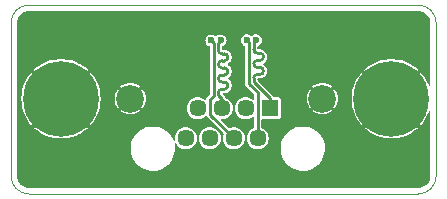
<source format=gbr>
G04 #@! TF.GenerationSoftware,KiCad,Pcbnew,7.0.2-0*
G04 #@! TF.CreationDate,2023-08-07T23:17:52+03:00*
G04 #@! TF.ProjectId,RJ45_Module,524a3435-5f4d-46f6-9475-6c652e6b6963,1.0*
G04 #@! TF.SameCoordinates,Original*
G04 #@! TF.FileFunction,Copper,L1,Top*
G04 #@! TF.FilePolarity,Positive*
%FSLAX46Y46*%
G04 Gerber Fmt 4.6, Leading zero omitted, Abs format (unit mm)*
G04 Created by KiCad (PCBNEW 7.0.2-0) date 2023-08-07 23:17:52*
%MOMM*%
%LPD*%
G01*
G04 APERTURE LIST*
G04 #@! TA.AperFunction,ComponentPad*
%ADD10R,1.446000X1.446000*%
G04 #@! TD*
G04 #@! TA.AperFunction,ComponentPad*
%ADD11C,1.446000*%
G04 #@! TD*
G04 #@! TA.AperFunction,ComponentPad*
%ADD12C,2.355000*%
G04 #@! TD*
G04 #@! TA.AperFunction,ComponentPad*
%ADD13C,0.800000*%
G04 #@! TD*
G04 #@! TA.AperFunction,ComponentPad*
%ADD14C,6.400000*%
G04 #@! TD*
G04 #@! TA.AperFunction,ViaPad*
%ADD15C,0.600000*%
G04 #@! TD*
G04 #@! TA.AperFunction,Conductor*
%ADD16C,0.228600*%
G04 #@! TD*
G04 #@! TA.AperFunction,Profile*
%ADD17C,0.050000*%
G04 #@! TD*
G04 APERTURE END LIST*
D10*
X212623600Y-84531200D03*
D11*
X211603600Y-87071200D03*
X210593600Y-84531200D03*
X209573600Y-87071200D03*
X208563600Y-84531200D03*
X207543600Y-87071200D03*
X206533600Y-84531200D03*
X205513600Y-87071200D03*
D12*
X200813600Y-83721200D03*
X217073600Y-83721200D03*
D13*
X220505000Y-83730000D03*
X221207944Y-85427056D03*
X221207944Y-82032944D03*
X222905000Y-86130000D03*
D14*
X222905000Y-83730000D03*
D13*
X225305000Y-83730000D03*
X224602056Y-82032944D03*
X224602056Y-85427056D03*
X222905000Y-81330000D03*
X194942000Y-81330000D03*
X196639056Y-85427056D03*
X196639056Y-82032944D03*
X197342000Y-83730000D03*
D14*
X194942000Y-83730000D03*
D13*
X194942000Y-86130000D03*
X193244944Y-82032944D03*
X193244944Y-85427056D03*
X192542000Y-83730000D03*
D15*
X206545000Y-85930000D03*
X210555000Y-85950000D03*
X209873956Y-78781118D03*
X211956142Y-78158858D03*
X206873953Y-78799958D03*
X209250265Y-78772087D03*
X207673455Y-78800155D03*
X208451255Y-78800155D03*
X211451255Y-78778772D03*
X210673455Y-78778772D03*
D16*
X208265555Y-79620000D02*
X208265555Y-78985855D01*
X208265555Y-78985855D02*
X208451255Y-78800155D01*
X209573600Y-87071200D02*
X209566200Y-87071200D01*
X207573900Y-83781100D02*
X207859155Y-83495845D01*
X207859154Y-78985854D02*
X207673455Y-78800155D01*
X209566200Y-87071200D02*
X207573900Y-85078900D01*
X207573900Y-85078900D02*
X207573900Y-83781100D01*
X207859155Y-83495845D02*
X207859154Y-78985854D01*
X211265556Y-82320556D02*
X212623600Y-83678600D01*
X212094500Y-80180000D02*
G75*
G03*
X211794550Y-79880000I-300000J0D01*
G01*
X211565556Y-79880000D02*
X211794550Y-79880000D01*
X211794550Y-80480050D02*
G75*
G03*
X212094550Y-80180000I-50J300050D01*
G01*
X211265600Y-79580000D02*
G75*
G03*
X211565556Y-79880000I300000J0D01*
G01*
X211565556Y-81679956D02*
G75*
G03*
X211265556Y-81980000I44J-300044D01*
G01*
X211565556Y-81080000D02*
X211794558Y-81080000D01*
X211565556Y-80479956D02*
G75*
G03*
X211265556Y-80780000I44J-300044D01*
G01*
X211794558Y-81680000D02*
X211565556Y-81680000D01*
X211265600Y-80780000D02*
G75*
G03*
X211565556Y-81080000I300000J0D01*
G01*
X211794550Y-80480000D02*
X211565556Y-80480000D01*
X211794558Y-81679958D02*
G75*
G03*
X212094558Y-81380000I42J299958D01*
G01*
X212094600Y-81380000D02*
G75*
G03*
X211794558Y-81080000I-300000J0D01*
G01*
X211451255Y-78778772D02*
X211265556Y-78964471D01*
X211265556Y-78964471D02*
X211265556Y-79580000D01*
X211265556Y-81980000D02*
X211265556Y-82320556D01*
X212623600Y-83678600D02*
X212623600Y-84531200D01*
X210673455Y-78778772D02*
X210859154Y-78964471D01*
X210859154Y-78964471D02*
X210859154Y-82452970D01*
X210859154Y-82452970D02*
X211603600Y-83197416D01*
X211603600Y-83197416D02*
X211603600Y-87071200D01*
X209084000Y-80220000D02*
G75*
G03*
X208783956Y-79920000I-300000J0D01*
G01*
X208565555Y-81719955D02*
G75*
G03*
X208265555Y-82020000I45J-300045D01*
G01*
X208783956Y-80520000D02*
X208565555Y-80520000D01*
X208783953Y-82919953D02*
G75*
G03*
X209083953Y-82620000I47J299953D01*
G01*
X208265600Y-79620000D02*
G75*
G03*
X208565555Y-79920000I300000J0D01*
G01*
X208265600Y-80820000D02*
G75*
G03*
X208565555Y-81120000I300000J0D01*
G01*
X208565555Y-79920000D02*
X208783956Y-79920000D01*
X208565555Y-81120000D02*
X208783950Y-81120000D01*
X208565555Y-80519955D02*
G75*
G03*
X208265555Y-80820000I45J-300045D01*
G01*
X208783953Y-82920000D02*
X208565555Y-82920000D01*
X209084000Y-82620000D02*
G75*
G03*
X208783953Y-82320000I-300000J0D01*
G01*
X208783956Y-80519956D02*
G75*
G03*
X209083956Y-80220000I44J299956D01*
G01*
X209083900Y-81420000D02*
G75*
G03*
X208783950Y-81120000I-300000J0D01*
G01*
X208783950Y-81720050D02*
G75*
G03*
X209083950Y-81420000I-50J300050D01*
G01*
X208265600Y-82020000D02*
G75*
G03*
X208565555Y-82320000I300000J0D01*
G01*
X208565555Y-82919955D02*
G75*
G03*
X208265555Y-83220000I45J-300045D01*
G01*
X208783950Y-81720000D02*
X208565555Y-81720000D01*
X208565555Y-82320000D02*
X208783953Y-82320000D01*
X208265555Y-83220000D02*
X208265555Y-83450555D01*
X208265555Y-83450555D02*
X208563600Y-83748600D01*
X208563600Y-83748600D02*
X208563600Y-84531200D01*
G04 #@! TA.AperFunction,Conductor*
G36*
X193807130Y-84864870D02*
G01*
X193903999Y-84947604D01*
X193487349Y-85364254D01*
X193480439Y-85329511D01*
X193425184Y-85246816D01*
X193342489Y-85191561D01*
X193307743Y-85184649D01*
X193724394Y-84767998D01*
X193807130Y-84864870D01*
G37*
G04 #@! TD.AperFunction*
G04 #@! TA.AperFunction,Conductor*
G36*
X196576254Y-85184649D02*
G01*
X196541511Y-85191561D01*
X196458816Y-85246816D01*
X196403561Y-85329511D01*
X196396650Y-85364254D01*
X195980000Y-84947604D01*
X196076870Y-84864870D01*
X196159604Y-84767999D01*
X196576254Y-85184649D01*
G37*
G04 #@! TD.AperFunction*
G04 #@! TA.AperFunction,Conductor*
G36*
X193904000Y-82512395D02*
G01*
X193807130Y-82595130D01*
X193724395Y-82692000D01*
X193307744Y-82275350D01*
X193342489Y-82268439D01*
X193425184Y-82213184D01*
X193480439Y-82130489D01*
X193487350Y-82095744D01*
X193904000Y-82512395D01*
G37*
G04 #@! TD.AperFunction*
G04 #@! TA.AperFunction,Conductor*
G36*
X196403561Y-82130489D02*
G01*
X196458816Y-82213184D01*
X196541511Y-82268439D01*
X196576253Y-82275349D01*
X196159603Y-82691999D01*
X196076870Y-82595130D01*
X195979999Y-82512395D01*
X196396649Y-82095744D01*
X196403561Y-82130489D01*
G37*
G04 #@! TD.AperFunction*
G04 #@! TA.AperFunction,Conductor*
G36*
X225191269Y-76296786D02*
G01*
X225359177Y-76311475D01*
X225372078Y-76313750D01*
X225531712Y-76356524D01*
X225544017Y-76361004D01*
X225676250Y-76422665D01*
X225693786Y-76430842D01*
X225705138Y-76437396D01*
X225840505Y-76532181D01*
X225850546Y-76540607D01*
X225967392Y-76657453D01*
X225975818Y-76667494D01*
X226070603Y-76802861D01*
X226077157Y-76814213D01*
X226146993Y-76963976D01*
X226151477Y-76976294D01*
X226194248Y-77135917D01*
X226196524Y-77148826D01*
X226211213Y-77316729D01*
X226211499Y-77323283D01*
X226211499Y-82579622D01*
X226193906Y-82627960D01*
X226149357Y-82653680D01*
X226098699Y-82644747D01*
X226066440Y-82607456D01*
X225952783Y-82322199D01*
X225951065Y-82318485D01*
X225782700Y-82000916D01*
X225780604Y-81997434D01*
X225578883Y-81699916D01*
X225576427Y-81696686D01*
X225365840Y-81448763D01*
X224844461Y-81970141D01*
X224837551Y-81935399D01*
X224782296Y-81852704D01*
X224699601Y-81797449D01*
X224664856Y-81790537D01*
X225184138Y-81271256D01*
X225184137Y-81271254D01*
X225079977Y-81172587D01*
X225076858Y-81169937D01*
X224790717Y-80952419D01*
X224787337Y-80950127D01*
X224479333Y-80764807D01*
X224475761Y-80762913D01*
X224149522Y-80611979D01*
X224145742Y-80610473D01*
X223805099Y-80495697D01*
X223801198Y-80494614D01*
X223450148Y-80417342D01*
X223446123Y-80416683D01*
X223088796Y-80377821D01*
X223084717Y-80377600D01*
X222725283Y-80377600D01*
X222721203Y-80377821D01*
X222363876Y-80416683D01*
X222359851Y-80417342D01*
X222008801Y-80494614D01*
X222004900Y-80495697D01*
X221664257Y-80610473D01*
X221660477Y-80611979D01*
X221334238Y-80762913D01*
X221330666Y-80764807D01*
X221022662Y-80950127D01*
X221019282Y-80952419D01*
X220733141Y-81169937D01*
X220730032Y-81172578D01*
X220625861Y-81271255D01*
X220625860Y-81271255D01*
X221145142Y-81790537D01*
X221110399Y-81797449D01*
X221027704Y-81852704D01*
X220972449Y-81935399D01*
X220965537Y-81970143D01*
X220444157Y-81448763D01*
X220233572Y-81696686D01*
X220231116Y-81699916D01*
X220029395Y-81997434D01*
X220027299Y-82000916D01*
X219858934Y-82318485D01*
X219857216Y-82322199D01*
X219724175Y-82656106D01*
X219722875Y-82659964D01*
X219626715Y-83006301D01*
X219625836Y-83010299D01*
X219567688Y-83364987D01*
X219567246Y-83369048D01*
X219547786Y-83727971D01*
X219547786Y-83732028D01*
X219567246Y-84090951D01*
X219567688Y-84095012D01*
X219625836Y-84449700D01*
X219626715Y-84453698D01*
X219722875Y-84800035D01*
X219724175Y-84803893D01*
X219857216Y-85137800D01*
X219858934Y-85141514D01*
X220027299Y-85459083D01*
X220029395Y-85462565D01*
X220231116Y-85760083D01*
X220233572Y-85763313D01*
X220444158Y-86011235D01*
X220965537Y-85489855D01*
X220972449Y-85524601D01*
X221027704Y-85607296D01*
X221110399Y-85662551D01*
X221145141Y-85669461D01*
X220625860Y-86188743D01*
X220625861Y-86188744D01*
X220730022Y-86287412D01*
X220733141Y-86290062D01*
X221019282Y-86507580D01*
X221022662Y-86509872D01*
X221330666Y-86695192D01*
X221334238Y-86697086D01*
X221660477Y-86848020D01*
X221664257Y-86849526D01*
X222004900Y-86964302D01*
X222008801Y-86965385D01*
X222359851Y-87042657D01*
X222363876Y-87043316D01*
X222721203Y-87082178D01*
X222725283Y-87082400D01*
X223084717Y-87082400D01*
X223088796Y-87082178D01*
X223446123Y-87043316D01*
X223450148Y-87042657D01*
X223801198Y-86965385D01*
X223805099Y-86964302D01*
X224145742Y-86849526D01*
X224149522Y-86848020D01*
X224475761Y-86697086D01*
X224479333Y-86695192D01*
X224787337Y-86509872D01*
X224790717Y-86507580D01*
X225076859Y-86290061D01*
X225079967Y-86287421D01*
X225184137Y-86188743D01*
X225184138Y-86188742D01*
X224664857Y-85669461D01*
X224699601Y-85662551D01*
X224782296Y-85607296D01*
X224837551Y-85524601D01*
X224844462Y-85489857D01*
X225365840Y-86011235D01*
X225365841Y-86011235D01*
X225576427Y-85763312D01*
X225578883Y-85760083D01*
X225780604Y-85462565D01*
X225782700Y-85459083D01*
X225951065Y-85141514D01*
X225952783Y-85137800D01*
X226066439Y-84852544D01*
X226100674Y-84814151D01*
X226151578Y-84806747D01*
X226195333Y-84833795D01*
X226211498Y-84880378D01*
X226211498Y-90237235D01*
X226211500Y-90237258D01*
X226211500Y-90268715D01*
X226211214Y-90275269D01*
X226196524Y-90443173D01*
X226194248Y-90456082D01*
X226151477Y-90615705D01*
X226146993Y-90628023D01*
X226077157Y-90777786D01*
X226070603Y-90789138D01*
X225975818Y-90924505D01*
X225967392Y-90934546D01*
X225850546Y-91051392D01*
X225840505Y-91059818D01*
X225705138Y-91154603D01*
X225693786Y-91161157D01*
X225544023Y-91230993D01*
X225531705Y-91235477D01*
X225372082Y-91278248D01*
X225359173Y-91280524D01*
X225191269Y-91295214D01*
X225184715Y-91295500D01*
X192236285Y-91295500D01*
X192229731Y-91295214D01*
X192061826Y-91280524D01*
X192048917Y-91278248D01*
X191889294Y-91235477D01*
X191876976Y-91230993D01*
X191727213Y-91161157D01*
X191715861Y-91154603D01*
X191580494Y-91059818D01*
X191570453Y-91051392D01*
X191453607Y-90934546D01*
X191445181Y-90924505D01*
X191350396Y-90789138D01*
X191343842Y-90777786D01*
X191337591Y-90764381D01*
X191274004Y-90628017D01*
X191269524Y-90615712D01*
X191226750Y-90456078D01*
X191224475Y-90443173D01*
X191209786Y-90275269D01*
X191209500Y-90268715D01*
X191209500Y-90206107D01*
X191209500Y-88029880D01*
X200844337Y-88029880D01*
X200874363Y-88302770D01*
X200943804Y-88568384D01*
X201051177Y-88821052D01*
X201194196Y-89055398D01*
X201369806Y-89266416D01*
X201574274Y-89449621D01*
X201574276Y-89449622D01*
X201574277Y-89449623D01*
X201803241Y-89601104D01*
X202051821Y-89717633D01*
X202314719Y-89796727D01*
X202586331Y-89836700D01*
X202586333Y-89836700D01*
X202790760Y-89836700D01*
X202792147Y-89836700D01*
X202868481Y-89831112D01*
X202997401Y-89821678D01*
X203023730Y-89815812D01*
X203265375Y-89761984D01*
X203521798Y-89663911D01*
X203761209Y-89529547D01*
X203978504Y-89361757D01*
X204169054Y-89164116D01*
X204328796Y-88940837D01*
X204454327Y-88696679D01*
X204542970Y-88436846D01*
X204592836Y-88166874D01*
X204597842Y-88029880D01*
X213544337Y-88029880D01*
X213574363Y-88302770D01*
X213643804Y-88568384D01*
X213751177Y-88821052D01*
X213894196Y-89055398D01*
X214069806Y-89266416D01*
X214274274Y-89449621D01*
X214274276Y-89449622D01*
X214274277Y-89449623D01*
X214503241Y-89601104D01*
X214751821Y-89717633D01*
X215014719Y-89796727D01*
X215286331Y-89836700D01*
X215286333Y-89836700D01*
X215490760Y-89836700D01*
X215492147Y-89836700D01*
X215568481Y-89831112D01*
X215697401Y-89821678D01*
X215723730Y-89815812D01*
X215965375Y-89761984D01*
X216221798Y-89663911D01*
X216461209Y-89529547D01*
X216678504Y-89361757D01*
X216869054Y-89164116D01*
X217028796Y-88940837D01*
X217154327Y-88696679D01*
X217242970Y-88436846D01*
X217292836Y-88166874D01*
X217302862Y-87892520D01*
X217272836Y-87619629D01*
X217203396Y-87354018D01*
X217096023Y-87101348D01*
X216953005Y-86867004D01*
X216938460Y-86849526D01*
X216777393Y-86655983D01*
X216572925Y-86472778D01*
X216343958Y-86321295D01*
X216095380Y-86204767D01*
X215911835Y-86149547D01*
X215832481Y-86125673D01*
X215560869Y-86085700D01*
X215355053Y-86085700D01*
X215353681Y-86085800D01*
X215353664Y-86085801D01*
X215149798Y-86100721D01*
X214881824Y-86160416D01*
X214625400Y-86258489D01*
X214385993Y-86392851D01*
X214168694Y-86560644D01*
X213978145Y-86758284D01*
X213818403Y-86981563D01*
X213692873Y-87225719D01*
X213604230Y-87485554D01*
X213554364Y-87755523D01*
X213544337Y-88029880D01*
X204597842Y-88029880D01*
X204602862Y-87892520D01*
X204572836Y-87619629D01*
X204558959Y-87566549D01*
X204563754Y-87515334D01*
X204600348Y-87479183D01*
X204651619Y-87475011D01*
X204693576Y-87504772D01*
X204696839Y-87509929D01*
X204759754Y-87618901D01*
X204890101Y-87763666D01*
X205047697Y-87878167D01*
X205225656Y-87957399D01*
X205416200Y-87997900D01*
X205416201Y-87997900D01*
X205610999Y-87997900D01*
X205611000Y-87997900D01*
X205801544Y-87957399D01*
X205979503Y-87878167D01*
X206137099Y-87763666D01*
X206267446Y-87618901D01*
X206364846Y-87450199D01*
X206422589Y-87272487D01*
X206425043Y-87264934D01*
X206429164Y-87225721D01*
X206445405Y-87071200D01*
X206445405Y-87071199D01*
X206611795Y-87071199D01*
X206632156Y-87264934D01*
X206692353Y-87450197D01*
X206692354Y-87450199D01*
X206789754Y-87618901D01*
X206920101Y-87763666D01*
X207077697Y-87878167D01*
X207255656Y-87957399D01*
X207446200Y-87997900D01*
X207446201Y-87997900D01*
X207640999Y-87997900D01*
X207641000Y-87997900D01*
X207831544Y-87957399D01*
X208009503Y-87878167D01*
X208167099Y-87763666D01*
X208297446Y-87618901D01*
X208394846Y-87450199D01*
X208452589Y-87272487D01*
X208455043Y-87264934D01*
X208459164Y-87225721D01*
X208475405Y-87071200D01*
X208455043Y-86877467D01*
X208455043Y-86877465D01*
X208394846Y-86692202D01*
X208394846Y-86692201D01*
X208297446Y-86523499D01*
X208167099Y-86378734D01*
X208072826Y-86310240D01*
X208009502Y-86264232D01*
X207831544Y-86185001D01*
X207819829Y-86182511D01*
X207641000Y-86144500D01*
X207446200Y-86144500D01*
X207350928Y-86164750D01*
X207255655Y-86185001D01*
X207077698Y-86264232D01*
X206920099Y-86378735D01*
X206789754Y-86523498D01*
X206692353Y-86692202D01*
X206632156Y-86877465D01*
X206611795Y-87071199D01*
X206445405Y-87071199D01*
X206425043Y-86877467D01*
X206425043Y-86877465D01*
X206364846Y-86692202D01*
X206364846Y-86692201D01*
X206267446Y-86523499D01*
X206137099Y-86378734D01*
X206042826Y-86310240D01*
X205979502Y-86264232D01*
X205801544Y-86185001D01*
X205789829Y-86182511D01*
X205611000Y-86144500D01*
X205416200Y-86144500D01*
X205320928Y-86164750D01*
X205225655Y-86185001D01*
X205047698Y-86264232D01*
X204890099Y-86378735D01*
X204759754Y-86523498D01*
X204662353Y-86692202D01*
X204602156Y-86877465D01*
X204581795Y-87071200D01*
X204594527Y-87192340D01*
X204582082Y-87242252D01*
X204540467Y-87272487D01*
X204489152Y-87268899D01*
X204452150Y-87233165D01*
X204450529Y-87229611D01*
X204434690Y-87192340D01*
X204396023Y-87101348D01*
X204253005Y-86867004D01*
X204238460Y-86849526D01*
X204077393Y-86655983D01*
X203872925Y-86472778D01*
X203643958Y-86321295D01*
X203395380Y-86204767D01*
X203211835Y-86149547D01*
X203132481Y-86125673D01*
X202860869Y-86085700D01*
X202655053Y-86085700D01*
X202653681Y-86085800D01*
X202653664Y-86085801D01*
X202449798Y-86100721D01*
X202181824Y-86160416D01*
X201925400Y-86258489D01*
X201685993Y-86392851D01*
X201468694Y-86560644D01*
X201278145Y-86758284D01*
X201118403Y-86981563D01*
X200992873Y-87225719D01*
X200904230Y-87485554D01*
X200854364Y-87755523D01*
X200844337Y-88029880D01*
X191209500Y-88029880D01*
X191209499Y-83732028D01*
X191584786Y-83732028D01*
X191604246Y-84090951D01*
X191604688Y-84095012D01*
X191662836Y-84449700D01*
X191663715Y-84453698D01*
X191759875Y-84800035D01*
X191761175Y-84803893D01*
X191894216Y-85137800D01*
X191895934Y-85141514D01*
X192064299Y-85459083D01*
X192066395Y-85462565D01*
X192268116Y-85760083D01*
X192270572Y-85763313D01*
X192481158Y-86011235D01*
X193002537Y-85489855D01*
X193009449Y-85524601D01*
X193064704Y-85607296D01*
X193147399Y-85662551D01*
X193182142Y-85669461D01*
X192662861Y-86188743D01*
X192662861Y-86188744D01*
X192767022Y-86287412D01*
X192770141Y-86290062D01*
X193056282Y-86507580D01*
X193059662Y-86509872D01*
X193367666Y-86695192D01*
X193371238Y-86697086D01*
X193697477Y-86848020D01*
X193701257Y-86849526D01*
X194041900Y-86964302D01*
X194045801Y-86965385D01*
X194396851Y-87042657D01*
X194400876Y-87043316D01*
X194758203Y-87082178D01*
X194762283Y-87082400D01*
X195121717Y-87082400D01*
X195125796Y-87082178D01*
X195483123Y-87043316D01*
X195487148Y-87042657D01*
X195838198Y-86965385D01*
X195842099Y-86964302D01*
X196182742Y-86849526D01*
X196186522Y-86848020D01*
X196512761Y-86697086D01*
X196516333Y-86695192D01*
X196824337Y-86509872D01*
X196827717Y-86507580D01*
X197113859Y-86290061D01*
X197116967Y-86287421D01*
X197221137Y-86188743D01*
X197221138Y-86188742D01*
X196701857Y-85669461D01*
X196736601Y-85662551D01*
X196819296Y-85607296D01*
X196874551Y-85524601D01*
X196881462Y-85489857D01*
X197402840Y-86011235D01*
X197402841Y-86011235D01*
X197613427Y-85763312D01*
X197615883Y-85760083D01*
X197817604Y-85462565D01*
X197819700Y-85459083D01*
X197988065Y-85141514D01*
X197989783Y-85137800D01*
X198122824Y-84803893D01*
X198124124Y-84800035D01*
X198220284Y-84453698D01*
X198221163Y-84449700D01*
X198279311Y-84095012D01*
X198279753Y-84090951D01*
X198299214Y-83732028D01*
X198299214Y-83727971D01*
X198298847Y-83721200D01*
X199478620Y-83721200D01*
X199498901Y-83953015D01*
X199559130Y-84177793D01*
X199657472Y-84388690D01*
X199784742Y-84570450D01*
X199784743Y-84570451D01*
X200174940Y-84180253D01*
X200195979Y-84213736D01*
X200321064Y-84338821D01*
X200354544Y-84359858D01*
X199964347Y-84750055D01*
X199964348Y-84750056D01*
X200146109Y-84877327D01*
X200357006Y-84975669D01*
X200581784Y-85035898D01*
X200813599Y-85056179D01*
X201045415Y-85035898D01*
X201270193Y-84975669D01*
X201481089Y-84877327D01*
X201662850Y-84750056D01*
X201662851Y-84750055D01*
X201272654Y-84359858D01*
X201306136Y-84338821D01*
X201431221Y-84213736D01*
X201452258Y-84180254D01*
X201842455Y-84570451D01*
X201842456Y-84570450D01*
X201869939Y-84531200D01*
X205601795Y-84531200D01*
X205622156Y-84724934D01*
X205682353Y-84910197D01*
X205779754Y-85078901D01*
X205906722Y-85219914D01*
X205910101Y-85223666D01*
X206067697Y-85338167D01*
X206245656Y-85417399D01*
X206436200Y-85457900D01*
X206436201Y-85457900D01*
X206630999Y-85457900D01*
X206631000Y-85457900D01*
X206821544Y-85417399D01*
X206999503Y-85338167D01*
X207157099Y-85223666D01*
X207166947Y-85212728D01*
X207212361Y-85188578D01*
X207262678Y-85199271D01*
X207284432Y-85219914D01*
X207303562Y-85247235D01*
X207307085Y-85252766D01*
X207326538Y-85286459D01*
X207356347Y-85311471D01*
X207361184Y-85315904D01*
X208693478Y-86648198D01*
X208715218Y-86694818D01*
X208711823Y-86724610D01*
X208662156Y-86877465D01*
X208641795Y-87071200D01*
X208662156Y-87264934D01*
X208722353Y-87450197D01*
X208722354Y-87450199D01*
X208819754Y-87618901D01*
X208950101Y-87763666D01*
X209107697Y-87878167D01*
X209285656Y-87957399D01*
X209476200Y-87997900D01*
X209476201Y-87997900D01*
X209670999Y-87997900D01*
X209671000Y-87997900D01*
X209861544Y-87957399D01*
X210039503Y-87878167D01*
X210197099Y-87763666D01*
X210327446Y-87618901D01*
X210424846Y-87450199D01*
X210482589Y-87272487D01*
X210485043Y-87264934D01*
X210489164Y-87225721D01*
X210505405Y-87071200D01*
X210485043Y-86877467D01*
X210485043Y-86877465D01*
X210424846Y-86692202D01*
X210424846Y-86692201D01*
X210327446Y-86523499D01*
X210197099Y-86378734D01*
X210102826Y-86310240D01*
X210039502Y-86264232D01*
X209861544Y-86185001D01*
X209849829Y-86182511D01*
X209671000Y-86144500D01*
X209476200Y-86144500D01*
X209285656Y-86185001D01*
X209285655Y-86185001D01*
X209285652Y-86185002D01*
X209224972Y-86212018D01*
X209173658Y-86215606D01*
X209141213Y-86196493D01*
X208530994Y-85586274D01*
X208509254Y-85539654D01*
X208522568Y-85489967D01*
X208564705Y-85460462D01*
X208584168Y-85457900D01*
X208660999Y-85457900D01*
X208661000Y-85457900D01*
X208851544Y-85417399D01*
X209029503Y-85338167D01*
X209187099Y-85223666D01*
X209317446Y-85078901D01*
X209414846Y-84910199D01*
X209466880Y-84750056D01*
X209475043Y-84724934D01*
X209480463Y-84673365D01*
X209495405Y-84531200D01*
X209495405Y-84531199D01*
X209661795Y-84531199D01*
X209682156Y-84724934D01*
X209742353Y-84910197D01*
X209839754Y-85078901D01*
X209966722Y-85219914D01*
X209970101Y-85223666D01*
X210127697Y-85338167D01*
X210305656Y-85417399D01*
X210496200Y-85457900D01*
X210496201Y-85457900D01*
X210690999Y-85457900D01*
X210691000Y-85457900D01*
X210881544Y-85417399D01*
X211059503Y-85338167D01*
X211166200Y-85260646D01*
X211215645Y-85246468D01*
X211262638Y-85267390D01*
X211285188Y-85313624D01*
X211285600Y-85321485D01*
X211285600Y-86149547D01*
X211268007Y-86197885D01*
X211240989Y-86218244D01*
X211175376Y-86247457D01*
X211137697Y-86264233D01*
X210980099Y-86378735D01*
X210849754Y-86523498D01*
X210752353Y-86692202D01*
X210692156Y-86877465D01*
X210671795Y-87071200D01*
X210692156Y-87264934D01*
X210752353Y-87450197D01*
X210752354Y-87450199D01*
X210849754Y-87618901D01*
X210980101Y-87763666D01*
X211137697Y-87878167D01*
X211315656Y-87957399D01*
X211506200Y-87997900D01*
X211506201Y-87997900D01*
X211700999Y-87997900D01*
X211701000Y-87997900D01*
X211891544Y-87957399D01*
X212069503Y-87878167D01*
X212227099Y-87763666D01*
X212357446Y-87618901D01*
X212454846Y-87450199D01*
X212512589Y-87272487D01*
X212515043Y-87264934D01*
X212519164Y-87225721D01*
X212535405Y-87071200D01*
X212515043Y-86877467D01*
X212515043Y-86877465D01*
X212454846Y-86692202D01*
X212454846Y-86692201D01*
X212357446Y-86523499D01*
X212227099Y-86378734D01*
X212069503Y-86264233D01*
X212069499Y-86264231D01*
X211966213Y-86218244D01*
X211929210Y-86182511D01*
X211921600Y-86149546D01*
X211921600Y-85533100D01*
X211939193Y-85484762D01*
X211983742Y-85459042D01*
X211996800Y-85457900D01*
X213366664Y-85457900D01*
X213426080Y-85446081D01*
X213493460Y-85401060D01*
X213538481Y-85333680D01*
X213550300Y-85274264D01*
X213550300Y-83788136D01*
X213538481Y-83728720D01*
X213533456Y-83721200D01*
X215738620Y-83721200D01*
X215758901Y-83953015D01*
X215819130Y-84177793D01*
X215917472Y-84388690D01*
X216044742Y-84570450D01*
X216044743Y-84570451D01*
X216434940Y-84180253D01*
X216455979Y-84213736D01*
X216581064Y-84338821D01*
X216614544Y-84359858D01*
X216224347Y-84750055D01*
X216224348Y-84750056D01*
X216406109Y-84877327D01*
X216617006Y-84975669D01*
X216841784Y-85035898D01*
X217073600Y-85056179D01*
X217305415Y-85035898D01*
X217530193Y-84975669D01*
X217741089Y-84877327D01*
X217922850Y-84750056D01*
X217922851Y-84750055D01*
X217532654Y-84359858D01*
X217566136Y-84338821D01*
X217691221Y-84213736D01*
X217712258Y-84180254D01*
X218102455Y-84570451D01*
X218102456Y-84570450D01*
X218229727Y-84388689D01*
X218328069Y-84177793D01*
X218388298Y-83953015D01*
X218408579Y-83721199D01*
X218388298Y-83489384D01*
X218328069Y-83264606D01*
X218229727Y-83053709D01*
X218102456Y-82871948D01*
X218102455Y-82871947D01*
X217712258Y-83262144D01*
X217691221Y-83228664D01*
X217566136Y-83103579D01*
X217532654Y-83082540D01*
X217922851Y-82692343D01*
X217922850Y-82692342D01*
X217741090Y-82565072D01*
X217530193Y-82466730D01*
X217305415Y-82406501D01*
X217073599Y-82386220D01*
X216841784Y-82406501D01*
X216617006Y-82466730D01*
X216406110Y-82565072D01*
X216224348Y-82692342D01*
X216224347Y-82692343D01*
X216614545Y-83082541D01*
X216581064Y-83103579D01*
X216455979Y-83228664D01*
X216434941Y-83262145D01*
X216044743Y-82871947D01*
X216044742Y-82871948D01*
X215917472Y-83053710D01*
X215819130Y-83264606D01*
X215758901Y-83489384D01*
X215738620Y-83721200D01*
X213533456Y-83721200D01*
X213493460Y-83661340D01*
X213448438Y-83631257D01*
X213426079Y-83616318D01*
X213366664Y-83604500D01*
X212991429Y-83604500D01*
X212943091Y-83586907D01*
X212926303Y-83566898D01*
X212924873Y-83564422D01*
X212917367Y-83546296D01*
X212916776Y-83544090D01*
X212916252Y-83542134D01*
X212893933Y-83510258D01*
X212890409Y-83504727D01*
X212870960Y-83471040D01*
X212841151Y-83446027D01*
X212836315Y-83441595D01*
X211605582Y-82210861D01*
X211583842Y-82164241D01*
X211583556Y-82157687D01*
X211583556Y-82073200D01*
X211601149Y-82024862D01*
X211645698Y-81999142D01*
X211658756Y-81998000D01*
X211828882Y-81998000D01*
X211829297Y-81997961D01*
X211864147Y-81997967D01*
X211999925Y-81966993D01*
X212125406Y-81906580D01*
X212234296Y-81819758D01*
X212321134Y-81710880D01*
X212381565Y-81585408D01*
X212412557Y-81449633D01*
X212412557Y-81439126D01*
X212412558Y-81439117D01*
X212412558Y-81411190D01*
X212412599Y-81411074D01*
X212412599Y-81380000D01*
X212412600Y-81380000D01*
X212412599Y-81310362D01*
X212381604Y-81174579D01*
X212321170Y-81049098D01*
X212234326Y-80940212D01*
X212175678Y-80893449D01*
X212125428Y-80853383D01*
X212113735Y-80847754D01*
X212077814Y-80810934D01*
X212073965Y-80759638D01*
X212103988Y-80717869D01*
X212113711Y-80712253D01*
X212125460Y-80706594D01*
X212234329Y-80619756D01*
X212321149Y-80510872D01*
X212381566Y-80385400D01*
X212412551Y-80249630D01*
X212412550Y-80180000D01*
X212412550Y-80129634D01*
X212412550Y-80117894D01*
X212412500Y-80117577D01*
X212412500Y-80110376D01*
X212401158Y-80060676D01*
X212381518Y-79974617D01*
X212321106Y-79849155D01*
X212234293Y-79740280D01*
X212175498Y-79693383D01*
X212125434Y-79653450D01*
X211999978Y-79593014D01*
X211864227Y-79562010D01*
X211828612Y-79562004D01*
X211828554Y-79562000D01*
X211822373Y-79562000D01*
X211794603Y-79562000D01*
X211732536Y-79561990D01*
X211732473Y-79562000D01*
X211658756Y-79562000D01*
X211610418Y-79544407D01*
X211584698Y-79499858D01*
X211583556Y-79486800D01*
X211583556Y-79321183D01*
X211601149Y-79272845D01*
X211637569Y-79249030D01*
X211662651Y-79241666D01*
X211784501Y-79163358D01*
X211879352Y-79053893D01*
X211939522Y-78922140D01*
X211960135Y-78778772D01*
X211939522Y-78635404D01*
X211889118Y-78525035D01*
X211879353Y-78503652D01*
X211807143Y-78420317D01*
X211784501Y-78394186D01*
X211784500Y-78394185D01*
X211784499Y-78394184D01*
X211662652Y-78315878D01*
X211523676Y-78275072D01*
X211378834Y-78275072D01*
X211239857Y-78315878D01*
X211108913Y-78400031D01*
X211108208Y-78398934D01*
X211074235Y-78417836D01*
X211023725Y-78408100D01*
X211008587Y-78395398D01*
X210884852Y-78315878D01*
X210745876Y-78275072D01*
X210601034Y-78275072D01*
X210462057Y-78315878D01*
X210340210Y-78394184D01*
X210245356Y-78503652D01*
X210185188Y-78635401D01*
X210164575Y-78778771D01*
X210185188Y-78922142D01*
X210245356Y-79053891D01*
X210340210Y-79163359D01*
X210462055Y-79241664D01*
X210462056Y-79241664D01*
X210462059Y-79241666D01*
X210487139Y-79249030D01*
X210528561Y-79279526D01*
X210541153Y-79321183D01*
X210541153Y-82435799D01*
X210540867Y-82442351D01*
X210537477Y-82481112D01*
X210547548Y-82518700D01*
X210548967Y-82525103D01*
X210555721Y-82563408D01*
X210555721Y-82563409D01*
X210555722Y-82563410D01*
X210556681Y-82565072D01*
X210557875Y-82567139D01*
X210565384Y-82585267D01*
X210566501Y-82589434D01*
X210588816Y-82621305D01*
X210592339Y-82626836D01*
X210611792Y-82660529D01*
X210641601Y-82685541D01*
X210646438Y-82689974D01*
X211263574Y-83307110D01*
X211285314Y-83353730D01*
X211285600Y-83360284D01*
X211285599Y-83740914D01*
X211268005Y-83789252D01*
X211223457Y-83814972D01*
X211172799Y-83806039D01*
X211166206Y-83801758D01*
X211070232Y-83732028D01*
X211059502Y-83724232D01*
X210881544Y-83645001D01*
X210849359Y-83638160D01*
X210691000Y-83604500D01*
X210496200Y-83604500D01*
X210400928Y-83624750D01*
X210305655Y-83645001D01*
X210127698Y-83724232D01*
X209970099Y-83838735D01*
X209839754Y-83983498D01*
X209742353Y-84152202D01*
X209682156Y-84337465D01*
X209661795Y-84531199D01*
X209495405Y-84531199D01*
X209478579Y-84371115D01*
X209475043Y-84337465D01*
X209414846Y-84152202D01*
X209414846Y-84152201D01*
X209317446Y-83983499D01*
X209187099Y-83838734D01*
X209029503Y-83724233D01*
X209029499Y-83724230D01*
X208900027Y-83666585D01*
X208865489Y-83635487D01*
X208864877Y-83634427D01*
X208857364Y-83616289D01*
X208856251Y-83612134D01*
X208833930Y-83580256D01*
X208830411Y-83574731D01*
X208829723Y-83573540D01*
X208810960Y-83541040D01*
X208781151Y-83516027D01*
X208776315Y-83511595D01*
X208631094Y-83366374D01*
X208609354Y-83319754D01*
X208622668Y-83270067D01*
X208664805Y-83240562D01*
X208684268Y-83238000D01*
X208818149Y-83238000D01*
X208818616Y-83237957D01*
X208853537Y-83237963D01*
X208989316Y-83206991D01*
X209114798Y-83146580D01*
X209223689Y-83059758D01*
X209270260Y-83001369D01*
X209310524Y-82950886D01*
X209310523Y-82950886D01*
X209310528Y-82950881D01*
X209370959Y-82825408D01*
X209401091Y-82693407D01*
X209401952Y-82689634D01*
X209401952Y-82679126D01*
X209401953Y-82679117D01*
X209401953Y-82651195D01*
X209401999Y-82651065D01*
X209401999Y-82620000D01*
X209402000Y-82620000D01*
X209401999Y-82550361D01*
X209396233Y-82525103D01*
X209374883Y-82431570D01*
X209371004Y-82414576D01*
X209310568Y-82289094D01*
X209223722Y-82180209D01*
X209114823Y-82093380D01*
X209114822Y-82093379D01*
X209114819Y-82093377D01*
X209103137Y-82087753D01*
X209067216Y-82050933D01*
X209063367Y-81999637D01*
X209093390Y-81957868D01*
X209103112Y-81952252D01*
X209114860Y-81946594D01*
X209223729Y-81859756D01*
X209310549Y-81750872D01*
X209370966Y-81625400D01*
X209401951Y-81489630D01*
X209401950Y-81420000D01*
X209401950Y-81369634D01*
X209401950Y-81357894D01*
X209401900Y-81357577D01*
X209401900Y-81350376D01*
X209390558Y-81300676D01*
X209370918Y-81214617D01*
X209310506Y-81089155D01*
X209223693Y-80980280D01*
X209185890Y-80950127D01*
X209114832Y-80893448D01*
X209103009Y-80887753D01*
X209067097Y-80850924D01*
X209063261Y-80799627D01*
X209093294Y-80757866D01*
X209103016Y-80752254D01*
X209114803Y-80746580D01*
X209223693Y-80659758D01*
X209310532Y-80550880D01*
X209370962Y-80425408D01*
X209401955Y-80289633D01*
X209401955Y-80279126D01*
X209401956Y-80279117D01*
X209401956Y-80251192D01*
X209401999Y-80251071D01*
X209401999Y-80220000D01*
X209402000Y-80220000D01*
X209401999Y-80150362D01*
X209397267Y-80129634D01*
X209371004Y-80014579D01*
X209310569Y-79889096D01*
X209223724Y-79780210D01*
X209114825Y-79693382D01*
X208989337Y-79632966D01*
X208944073Y-79622641D01*
X208853548Y-79601991D01*
X208853546Y-79601991D01*
X208783909Y-79602000D01*
X208658755Y-79602000D01*
X208610417Y-79584407D01*
X208584697Y-79539858D01*
X208583555Y-79526800D01*
X208583555Y-79342567D01*
X208601148Y-79294229D01*
X208637569Y-79270413D01*
X208662651Y-79263049D01*
X208784501Y-79184741D01*
X208879352Y-79075276D01*
X208939522Y-78943523D01*
X208960135Y-78800155D01*
X208939522Y-78656787D01*
X208929757Y-78635404D01*
X208879353Y-78525035D01*
X208821626Y-78458414D01*
X208784501Y-78415569D01*
X208784500Y-78415568D01*
X208784499Y-78415567D01*
X208662652Y-78337261D01*
X208523676Y-78296455D01*
X208378834Y-78296455D01*
X208239857Y-78337261D01*
X208108913Y-78421414D01*
X208108208Y-78420317D01*
X208074235Y-78439219D01*
X208023725Y-78429483D01*
X208008587Y-78416781D01*
X207884852Y-78337261D01*
X207745876Y-78296455D01*
X207601034Y-78296455D01*
X207462057Y-78337261D01*
X207340210Y-78415567D01*
X207245356Y-78525035D01*
X207185188Y-78656784D01*
X207164575Y-78800155D01*
X207185188Y-78943525D01*
X207245356Y-79075274D01*
X207340210Y-79184742D01*
X207428783Y-79241664D01*
X207462059Y-79263049D01*
X207487139Y-79270412D01*
X207528562Y-79300909D01*
X207541154Y-79342566D01*
X207541153Y-83332977D01*
X207523560Y-83381315D01*
X207519127Y-83386151D01*
X207361188Y-83544090D01*
X207356354Y-83548520D01*
X207326540Y-83573538D01*
X207307089Y-83607227D01*
X207303567Y-83612755D01*
X207281247Y-83644633D01*
X207280131Y-83648799D01*
X207272625Y-83666923D01*
X207270468Y-83670660D01*
X207263713Y-83708966D01*
X207262294Y-83715367D01*
X207252222Y-83752958D01*
X207252312Y-83753980D01*
X207238996Y-83803666D01*
X207196857Y-83833169D01*
X207145613Y-83828683D01*
X207133200Y-83821370D01*
X207010232Y-83732028D01*
X206999502Y-83724232D01*
X206821544Y-83645001D01*
X206789359Y-83638160D01*
X206631000Y-83604500D01*
X206436200Y-83604500D01*
X206340927Y-83624750D01*
X206245655Y-83645001D01*
X206067698Y-83724232D01*
X205910099Y-83838735D01*
X205779754Y-83983498D01*
X205682353Y-84152202D01*
X205622156Y-84337465D01*
X205601795Y-84531200D01*
X201869939Y-84531200D01*
X201969727Y-84388689D01*
X202068069Y-84177793D01*
X202128298Y-83953015D01*
X202148579Y-83721199D01*
X202128298Y-83489384D01*
X202068069Y-83264606D01*
X201969727Y-83053709D01*
X201842456Y-82871948D01*
X201842455Y-82871947D01*
X201452258Y-83262143D01*
X201431221Y-83228664D01*
X201306136Y-83103579D01*
X201272654Y-83082540D01*
X201662851Y-82692343D01*
X201662850Y-82692342D01*
X201481090Y-82565072D01*
X201270193Y-82466730D01*
X201045415Y-82406501D01*
X200813600Y-82386220D01*
X200581784Y-82406501D01*
X200357006Y-82466730D01*
X200146110Y-82565072D01*
X199964348Y-82692342D01*
X199964347Y-82692343D01*
X200354545Y-83082541D01*
X200321064Y-83103579D01*
X200195979Y-83228664D01*
X200174941Y-83262145D01*
X199784743Y-82871947D01*
X199784742Y-82871948D01*
X199657472Y-83053710D01*
X199559130Y-83264606D01*
X199498901Y-83489384D01*
X199478620Y-83721200D01*
X198298847Y-83721200D01*
X198279753Y-83369048D01*
X198279311Y-83364987D01*
X198221163Y-83010299D01*
X198220284Y-83006301D01*
X198124124Y-82659964D01*
X198122824Y-82656106D01*
X197989783Y-82322199D01*
X197988065Y-82318485D01*
X197819700Y-82000916D01*
X197817604Y-81997434D01*
X197615883Y-81699916D01*
X197613427Y-81696686D01*
X197402840Y-81448763D01*
X196881461Y-81970141D01*
X196874551Y-81935399D01*
X196819296Y-81852704D01*
X196736601Y-81797449D01*
X196701856Y-81790537D01*
X197221138Y-81271256D01*
X197221137Y-81271254D01*
X197116977Y-81172587D01*
X197113858Y-81169937D01*
X196827717Y-80952419D01*
X196824337Y-80950127D01*
X196516333Y-80764807D01*
X196512761Y-80762913D01*
X196186522Y-80611979D01*
X196182742Y-80610473D01*
X195842099Y-80495697D01*
X195838198Y-80494614D01*
X195487148Y-80417342D01*
X195483123Y-80416683D01*
X195125796Y-80377821D01*
X195121717Y-80377600D01*
X194762283Y-80377600D01*
X194758203Y-80377821D01*
X194400876Y-80416683D01*
X194396851Y-80417342D01*
X194045801Y-80494614D01*
X194041900Y-80495697D01*
X193701257Y-80610473D01*
X193697477Y-80611979D01*
X193371238Y-80762913D01*
X193367666Y-80764807D01*
X193059662Y-80950127D01*
X193056282Y-80952419D01*
X192770141Y-81169937D01*
X192767032Y-81172578D01*
X192662861Y-81271255D01*
X193182143Y-81790537D01*
X193147399Y-81797449D01*
X193064704Y-81852704D01*
X193009449Y-81935399D01*
X193002537Y-81970143D01*
X192481157Y-81448763D01*
X192270572Y-81696686D01*
X192268116Y-81699916D01*
X192066395Y-81997434D01*
X192064299Y-82000916D01*
X191895934Y-82318485D01*
X191894216Y-82322199D01*
X191761175Y-82656106D01*
X191759875Y-82659964D01*
X191663715Y-83006301D01*
X191662836Y-83010299D01*
X191604688Y-83364987D01*
X191604246Y-83369048D01*
X191584786Y-83727971D01*
X191584786Y-83732028D01*
X191209499Y-83732028D01*
X191209499Y-77323284D01*
X191209785Y-77316730D01*
X191212631Y-77284201D01*
X191224475Y-77148820D01*
X191226749Y-77135923D01*
X191269525Y-76976283D01*
X191274002Y-76963985D01*
X191343844Y-76814209D01*
X191350396Y-76802861D01*
X191445186Y-76667487D01*
X191453601Y-76657459D01*
X191570459Y-76540601D01*
X191580487Y-76532186D01*
X191715864Y-76437393D01*
X191727209Y-76430844D01*
X191876985Y-76361002D01*
X191889283Y-76356525D01*
X192048923Y-76313749D01*
X192061820Y-76311476D01*
X192229730Y-76296786D01*
X192236285Y-76296500D01*
X192298892Y-76296500D01*
X225122108Y-76296500D01*
X225184715Y-76296500D01*
X225191269Y-76296786D01*
G37*
G04 #@! TD.AperFunction*
G04 #@! TA.AperFunction,Conductor*
G36*
X221770130Y-84864870D02*
G01*
X221866999Y-84947604D01*
X221450349Y-85364253D01*
X221443439Y-85329511D01*
X221388184Y-85246816D01*
X221305489Y-85191561D01*
X221270743Y-85184649D01*
X221687394Y-84767998D01*
X221770130Y-84864870D01*
G37*
G04 #@! TD.AperFunction*
G04 #@! TA.AperFunction,Conductor*
G36*
X224539254Y-85184649D02*
G01*
X224504511Y-85191561D01*
X224421816Y-85246816D01*
X224366561Y-85329511D01*
X224359650Y-85364254D01*
X223943000Y-84947604D01*
X224039870Y-84864870D01*
X224122604Y-84767999D01*
X224539254Y-85184649D01*
G37*
G04 #@! TD.AperFunction*
G04 #@! TA.AperFunction,Conductor*
G36*
X221867000Y-82512395D02*
G01*
X221770130Y-82595130D01*
X221687395Y-82692000D01*
X221270744Y-82275350D01*
X221305489Y-82268439D01*
X221388184Y-82213184D01*
X221443439Y-82130489D01*
X221450350Y-82095745D01*
X221867000Y-82512395D01*
G37*
G04 #@! TD.AperFunction*
G04 #@! TA.AperFunction,Conductor*
G36*
X224366561Y-82130489D02*
G01*
X224421816Y-82213184D01*
X224504511Y-82268439D01*
X224539253Y-82275349D01*
X224122603Y-82691999D01*
X224039870Y-82595130D01*
X223942999Y-82512395D01*
X224359649Y-82095744D01*
X224366561Y-82130489D01*
G37*
G04 #@! TD.AperFunction*
D17*
X225185000Y-91796000D02*
X192233000Y-91796000D01*
X225188000Y-91796000D02*
G75*
G03*
X226712000Y-90272000I0J1524000D01*
G01*
X190709000Y-90272000D02*
G75*
G03*
X192233000Y-91796000I1524000J0D01*
G01*
X190709000Y-90272000D02*
X190709000Y-77320000D01*
X226712000Y-77320000D02*
X226712000Y-90272000D01*
X226712000Y-77320000D02*
G75*
G03*
X225188000Y-75796000I-1524000J0D01*
G01*
X192233000Y-75796000D02*
G75*
G03*
X190709000Y-77320000I0J-1524000D01*
G01*
X192232000Y-75796000D02*
X225185000Y-75796000D01*
M02*

</source>
